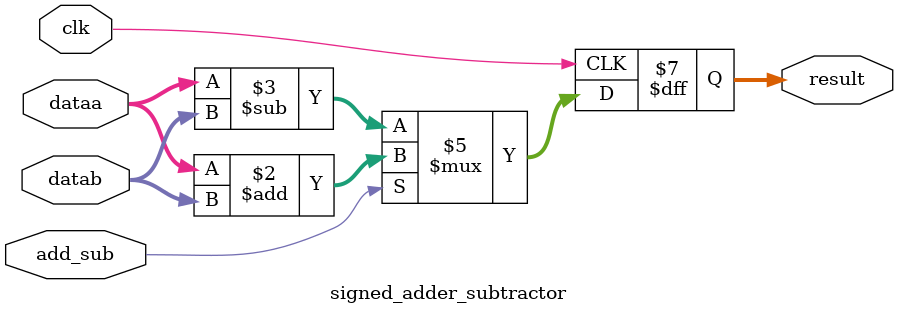
<source format=v>

module signed_adder_subtractor
#(parameter WIDTH=16)
(
	input signed [WIDTH-1:0] dataa,
	input signed [WIDTH-1:0] datab,
	input add_sub,	  // if this is 1, add; else subtract
	input clk,
	output reg [WIDTH:0] result
);

	always @ (posedge clk)
	begin
		if (add_sub)
			result <= dataa + datab;
		else
			result <= dataa - datab;
	end

endmodule

</source>
